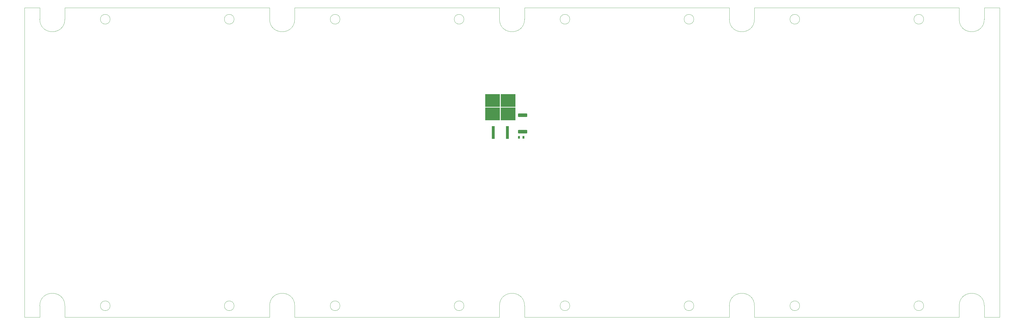
<source format=gbp>
G04 #@! TF.GenerationSoftware,KiCad,Pcbnew,(5.99.0-12439-g94954386e6)*
G04 #@! TF.CreationDate,2021-10-25T23:58:22+03:00*
G04 #@! TF.ProjectId,proteusM73tu,70726f74-6575-4734-9d37-3374752e6b69,a*
G04 #@! TF.SameCoordinates,PX2160ec0PYcfb5d40*
G04 #@! TF.FileFunction,Paste,Bot*
G04 #@! TF.FilePolarity,Positive*
%FSLAX46Y46*%
G04 Gerber Fmt 4.6, Leading zero omitted, Abs format (unit mm)*
G04 Created by KiCad (PCBNEW (5.99.0-12439-g94954386e6)) date 2021-10-25 23:58:22*
%MOMM*%
%LPD*%
G01*
G04 APERTURE LIST*
G04 #@! TA.AperFunction,Profile*
%ADD10C,0.050000*%
G04 #@! TD*
%ADD11R,5.250000X4.550000*%
%ADD12R,1.100000X4.600000*%
G04 APERTURE END LIST*
D10*
X170500000Y4100000D02*
X170500000Y0D01*
X5500000Y107200000D02*
X5500000Y111300000D01*
X344500000Y0D02*
X350000000Y0D01*
X88000000Y4100000D02*
X88000000Y0D01*
X278250000Y4100000D02*
G75*
G03*
X278250000Y4100000I-1750000J0D01*
G01*
X5500000Y0D02*
X0Y0D01*
X88000000Y107200000D02*
X88000000Y111300000D01*
X195750000Y4100000D02*
G75*
G03*
X195750000Y4100000I-1750000J0D01*
G01*
X170500000Y111300000D02*
X97000000Y111300000D01*
X335500000Y111300000D02*
X262000000Y111300000D01*
X262000000Y4100000D02*
X262000000Y0D01*
X97000000Y0D02*
X170500000Y0D01*
X335500000Y4100000D02*
G75*
G02*
X344500000Y4100000I4500000J0D01*
G01*
X253000001Y111300000D02*
X179500000Y111300000D01*
X157750000Y107200000D02*
G75*
G03*
X157750000Y107200000I-1750000J0D01*
G01*
X344500000Y111300000D02*
X349999999Y111300000D01*
X30750000Y4100000D02*
G75*
G03*
X30750000Y4100000I-1750000J0D01*
G01*
X179500000Y107200000D02*
X179500000Y111300000D01*
X97000000Y107200000D02*
X97000000Y111300000D01*
X350000000Y0D02*
X350000000Y111300000D01*
X344500000Y107200000D02*
X344500000Y111300000D01*
X5500000Y111300000D02*
X0Y111300000D01*
X335500000Y4100000D02*
X335500000Y0D01*
X253000000Y4100000D02*
G75*
G02*
X262000000Y4100000I4500000J0D01*
G01*
X75250000Y107200000D02*
G75*
G03*
X75250000Y107200000I-1750000J0D01*
G01*
X14500000Y0D02*
X88000000Y0D01*
X5500000Y4100000D02*
X5500000Y0D01*
X113250000Y4100000D02*
G75*
G03*
X113250000Y4100000I-1750000J0D01*
G01*
X253000000Y107200000D02*
G75*
G03*
X262000000Y107200000I4500000J0D01*
G01*
X170500000Y107200000D02*
G75*
G03*
X179500000Y107200000I4500000J0D01*
G01*
X14500000Y4100000D02*
G75*
G03*
X5500000Y4100000I-4500000J0D01*
G01*
X240250000Y107200000D02*
G75*
G03*
X240250000Y107200000I-1750000J0D01*
G01*
X262000000Y0D02*
X335500000Y0D01*
X335500000Y107200000D02*
X335500000Y111300000D01*
X170500000Y107200000D02*
X170500000Y111300000D01*
X97000000Y4100000D02*
X97000000Y0D01*
X88000000Y111300000D02*
X14500000Y111300000D01*
X262000000Y107200000D02*
X262000000Y111300000D01*
X0Y111300000D02*
X0Y0D01*
X322750000Y4100000D02*
G75*
G03*
X322750000Y4100000I-1750000J0D01*
G01*
X344500000Y4100000D02*
X344500000Y0D01*
X179500000Y4100000D02*
X179500000Y0D01*
X97000000Y107200000D02*
G75*
G02*
X88000000Y107200000I-4500000J0D01*
G01*
X30750000Y107200000D02*
G75*
G03*
X30750000Y107200000I-1750000J0D01*
G01*
X113250000Y107200000D02*
G75*
G03*
X113250000Y107200000I-1750000J0D01*
G01*
X253000000Y4100000D02*
X253000000Y0D01*
X322750000Y107200000D02*
G75*
G03*
X322750000Y107200000I-1750000J0D01*
G01*
X335500000Y107200000D02*
G75*
G03*
X344500000Y107200000I4500000J0D01*
G01*
X14500000Y107200000D02*
G75*
G02*
X5500000Y107200000I-4500000J0D01*
G01*
X195750000Y107200000D02*
G75*
G03*
X195750000Y107200000I-1750000J0D01*
G01*
X179500000Y4100000D02*
G75*
G03*
X170500000Y4100000I-4500000J0D01*
G01*
X253000000Y107200000D02*
X253000001Y111300000D01*
X14500000Y107200000D02*
X14500000Y111300000D01*
X75250000Y4100000D02*
G75*
G03*
X75250000Y4100000I-1750000J0D01*
G01*
X278250000Y107200000D02*
G75*
G03*
X278250000Y107200000I-1750000J0D01*
G01*
X179500000Y0D02*
X253000000Y0D01*
X157750000Y4100000D02*
G75*
G03*
X157750000Y4100000I-1750000J0D01*
G01*
X97000000Y4100000D02*
G75*
G03*
X88000000Y4100000I-4500000J0D01*
G01*
X14500000Y4100000D02*
X14500000Y0D01*
X240250000Y4100000D02*
G75*
G03*
X240250000Y4100000I-1750000J0D01*
G01*
D11*
G04 #@! TO.C,Q1*
X168030000Y78000000D03*
X173580000Y78000000D03*
X168030000Y73150000D03*
X173580000Y73150000D03*
D12*
X173345000Y66425000D03*
X168265000Y66425000D03*
G04 #@! TD*
G04 #@! TO.C,R2*
G36*
G01*
X180230000Y66125000D02*
X177380000Y66125000D01*
G75*
G02*
X177130000Y66375000I0J250000D01*
G01*
X177130000Y67100000D01*
G75*
G02*
X177380000Y67350000I250000J0D01*
G01*
X180230000Y67350000D01*
G75*
G02*
X180480000Y67100000I0J-250000D01*
G01*
X180480000Y66375000D01*
G75*
G02*
X180230000Y66125000I-250000J0D01*
G01*
G37*
G36*
G01*
X180230000Y72050000D02*
X177380000Y72050000D01*
G75*
G02*
X177130000Y72300000I0J250000D01*
G01*
X177130000Y73025000D01*
G75*
G02*
X177380000Y73275000I250000J0D01*
G01*
X180230000Y73275000D01*
G75*
G02*
X180480000Y73025000I0J-250000D01*
G01*
X180480000Y72300000D01*
G75*
G02*
X180230000Y72050000I-250000J0D01*
G01*
G37*
G04 #@! TD*
G04 #@! TO.C,R1*
G36*
G01*
X177155000Y64310000D02*
X177155000Y65090000D01*
G75*
G02*
X177225000Y65160000I70000J0D01*
G01*
X177785000Y65160000D01*
G75*
G02*
X177855000Y65090000I0J-70000D01*
G01*
X177855000Y64310000D01*
G75*
G02*
X177785000Y64240000I-70000J0D01*
G01*
X177225000Y64240000D01*
G75*
G02*
X177155000Y64310000I0J70000D01*
G01*
G37*
G36*
G01*
X178755000Y64310000D02*
X178755000Y65090000D01*
G75*
G02*
X178825000Y65160000I70000J0D01*
G01*
X179385000Y65160000D01*
G75*
G02*
X179455000Y65090000I0J-70000D01*
G01*
X179455000Y64310000D01*
G75*
G02*
X179385000Y64240000I-70000J0D01*
G01*
X178825000Y64240000D01*
G75*
G02*
X178755000Y64310000I0J70000D01*
G01*
G37*
G04 #@! TD*
M02*

</source>
